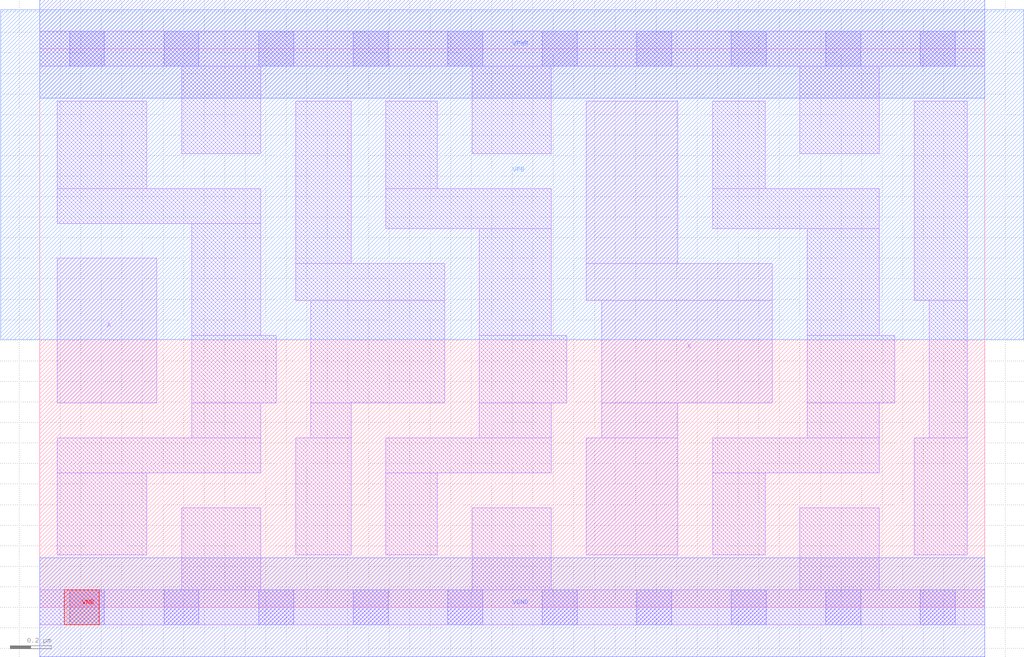
<source format=lef>
# Copyright 2020 The SkyWater PDK Authors
#
# Licensed under the Apache License, Version 2.0 (the "License");
# you may not use this file except in compliance with the License.
# You may obtain a copy of the License at
#
#     https://www.apache.org/licenses/LICENSE-2.0
#
# Unless required by applicable law or agreed to in writing, software
# distributed under the License is distributed on an "AS IS" BASIS,
# WITHOUT WARRANTIES OR CONDITIONS OF ANY KIND, either express or implied.
# See the License for the specific language governing permissions and
# limitations under the License.
#
# SPDX-License-Identifier: Apache-2.0

VERSION 5.7 ;
  NOWIREEXTENSIONATPIN ON ;
  DIVIDERCHAR "/" ;
  BUSBITCHARS "[]" ;
MACRO sky130_fd_sc_hd__dlymetal6s4s_1
  CLASS CORE ;
  FOREIGN sky130_fd_sc_hd__dlymetal6s4s_1 ;
  ORIGIN  0.000000  0.000000 ;
  SIZE  4.600000 BY  2.720000 ;
  SYMMETRY X Y R90 ;
  SITE unithd ;
  PIN A
    ANTENNAGATEAREA  0.126000 ;
    DIRECTION INPUT ;
    USE SIGNAL ;
    PORT
      LAYER li1 ;
        RECT 0.085000 0.995000 0.570000 1.700000 ;
    END
  END A
  PIN X
    ANTENNADIFFAREA  0.429000 ;
    ANTENNAGATEAREA  0.126000 ;
    DIRECTION OUTPUT ;
    USE SIGNAL ;
    PORT
      LAYER li1 ;
        RECT 2.660000 0.255000 3.105000 0.825000 ;
        RECT 2.660000 1.495000 3.565000 1.675000 ;
        RECT 2.660000 1.675000 3.105000 2.465000 ;
        RECT 2.735000 0.825000 3.105000 0.995000 ;
        RECT 2.735000 0.995000 3.565000 1.495000 ;
    END
  END X
  PIN VGND
    DIRECTION INOUT ;
    SHAPE ABUTMENT ;
    USE GROUND ;
    PORT
      LAYER met1 ;
        RECT 0.000000 -0.240000 4.600000 0.240000 ;
    END
  END VGND
  PIN VNB
    DIRECTION INOUT ;
    USE GROUND ;
    PORT
      LAYER pwell ;
        RECT 0.120000 -0.085000 0.290000 0.085000 ;
    END
  END VNB
  PIN VPB
    DIRECTION INOUT ;
    USE POWER ;
    PORT
      LAYER nwell ;
        RECT -0.190000 1.305000 4.790000 2.910000 ;
    END
  END VPB
  PIN VPWR
    DIRECTION INOUT ;
    SHAPE ABUTMENT ;
    USE POWER ;
    PORT
      LAYER met1 ;
        RECT 0.000000 2.480000 4.600000 2.960000 ;
    END
  END VPWR
  OBS
    LAYER li1 ;
      RECT 0.000000 -0.085000 4.600000 0.085000 ;
      RECT 0.000000  2.635000 4.600000 2.805000 ;
      RECT 0.085000  0.255000 0.520000 0.655000 ;
      RECT 0.085000  0.655000 1.075000 0.825000 ;
      RECT 0.085000  1.870000 1.075000 2.040000 ;
      RECT 0.085000  2.040000 0.520000 2.465000 ;
      RECT 0.690000  0.085000 1.075000 0.485000 ;
      RECT 0.690000  2.210000 1.075000 2.635000 ;
      RECT 0.740000  0.825000 1.075000 0.995000 ;
      RECT 0.740000  0.995000 1.150000 1.325000 ;
      RECT 0.740000  1.325000 1.075000 1.870000 ;
      RECT 1.245000  0.255000 1.515000 0.825000 ;
      RECT 1.245000  1.495000 1.970000 1.675000 ;
      RECT 1.245000  1.675000 1.515000 2.465000 ;
      RECT 1.320000  0.825000 1.515000 0.995000 ;
      RECT 1.320000  0.995000 1.970000 1.495000 ;
      RECT 1.685000  0.255000 1.935000 0.655000 ;
      RECT 1.685000  0.655000 2.490000 0.825000 ;
      RECT 1.685000  1.845000 2.490000 2.040000 ;
      RECT 1.685000  2.040000 1.935000 2.465000 ;
      RECT 2.105000  0.085000 2.490000 0.485000 ;
      RECT 2.105000  2.210000 2.490000 2.635000 ;
      RECT 2.140000  0.825000 2.490000 0.995000 ;
      RECT 2.140000  0.995000 2.565000 1.325000 ;
      RECT 2.140000  1.325000 2.490000 1.845000 ;
      RECT 3.275000  0.255000 3.530000 0.655000 ;
      RECT 3.275000  0.655000 4.085000 0.825000 ;
      RECT 3.275000  1.845000 4.085000 2.040000 ;
      RECT 3.275000  2.040000 3.530000 2.465000 ;
      RECT 3.700000  0.085000 4.085000 0.485000 ;
      RECT 3.700000  2.210000 4.085000 2.635000 ;
      RECT 3.735000  0.825000 4.085000 0.995000 ;
      RECT 3.735000  0.995000 4.160000 1.325000 ;
      RECT 3.735000  1.325000 4.085000 1.845000 ;
      RECT 4.255000  0.255000 4.515000 0.825000 ;
      RECT 4.255000  1.495000 4.515000 2.465000 ;
      RECT 4.330000  0.825000 4.515000 1.495000 ;
    LAYER mcon ;
      RECT 0.145000 -0.085000 0.315000 0.085000 ;
      RECT 0.145000  2.635000 0.315000 2.805000 ;
      RECT 0.605000 -0.085000 0.775000 0.085000 ;
      RECT 0.605000  2.635000 0.775000 2.805000 ;
      RECT 1.065000 -0.085000 1.235000 0.085000 ;
      RECT 1.065000  2.635000 1.235000 2.805000 ;
      RECT 1.525000 -0.085000 1.695000 0.085000 ;
      RECT 1.525000  2.635000 1.695000 2.805000 ;
      RECT 1.985000 -0.085000 2.155000 0.085000 ;
      RECT 1.985000  2.635000 2.155000 2.805000 ;
      RECT 2.445000 -0.085000 2.615000 0.085000 ;
      RECT 2.445000  2.635000 2.615000 2.805000 ;
      RECT 2.905000 -0.085000 3.075000 0.085000 ;
      RECT 2.905000  2.635000 3.075000 2.805000 ;
      RECT 3.365000 -0.085000 3.535000 0.085000 ;
      RECT 3.365000  2.635000 3.535000 2.805000 ;
      RECT 3.825000 -0.085000 3.995000 0.085000 ;
      RECT 3.825000  2.635000 3.995000 2.805000 ;
      RECT 4.285000 -0.085000 4.455000 0.085000 ;
      RECT 4.285000  2.635000 4.455000 2.805000 ;
  END
END sky130_fd_sc_hd__dlymetal6s4s_1
END LIBRARY

</source>
